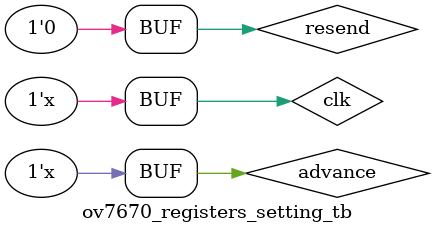
<source format=v>
`timescale 1ns / 1ps


module ov7670_registers_2(
    input clk,  //50MHz clk ¹Þ±â
    input resend,  //debouce¿¡¼­ »õ·Î°íÄ§ÇÏ´Â º¯¼ö ¹Þ±â
    input advance,  //»õ·Î°íÄ§¿¡ ¿ª±â´ÉÀ» ÇÏ´Â ÁøÇà º¯¼ö
    output [15:0] command,  // OV7670¿¡ ´ëÇÑ ·¹Áö½ºÅÍ °ª ¹× µ¥ÀÌÅÍ
    output finished  //±¸¼ºÀÌ ¿Ï·áµÇ¾úÀ½À» ³ªÅ¸³»´Â ½ÅÈ£
);

    //³»ºÎ ½ÅÈ£
    reg [15:0] sreg;  //·¹Áö½ºÅÍ ÁÖ¼Ò¸¦ ³ªÅ¸³»´Â º¯¼ö
    reg finished_temp;  //±¸¼ºÀÌ ¿Ï·áµÇ¾úÀ½À» ³ªÅ¸³»´Â ½ÅÈ£
    reg [7:0] address = {8{1'b0}};  //ÁÖ¼ÒÀÇ Å©±â´Â ³Ë³ËÈ÷ 8ºñÆ®
    
    //Ãâ·Â¿¡ °ª ÇÒ´ç
    assign command = sreg;  // OV7670¿¡ ´ëÇÑ ·¹Áö½ºÅÍ °ª ¹× µ¥ÀÌÅÍ¸¦ Conroller¿¡¼­ »ç¿ëÇÏ´Â command º¯¼ö¿¡ ¿Å±è
    assign finished = finished_temp;  //±¸¼ºÀÌ ¿Ï·áµÇ¾úÀ½À» ³ªÅ¸³»´Â ½ÅÈ£¸¦ Conroller¿¡¼­ »ç¿ëÇÏ´Â finished º¯¼ö¿¡ ¿Å±è
    
    //·¹Áö½ºÅÍ¿Í °ªÀÌ FFFF ÀÎ °æ¿ì
    //±¸¼ºÀÌ ¿Ï·áµÇ¾úÀ½À» ³ªÅ¸³»´Â ½ÅÈ£°¡ Ç¥½ÃµË´Ï´Ù.(finished_temp)
    always @ (sreg) begin
        if(sreg == 16'hFFFF) begin
            finished_temp <= 1;
        end
        else begin
            finished_temp <= 0;  //±¸¼ºÀÌ ¿Ï·áµÇÁö ¾Ê¾Ò´Ù.
        end
    end
    
    //lookuptable¿¡¼­ µ¥ÀÌÅÍ ¾ò±â(·¹Áö½ºÅÍ¿¡¼­)
    always @ (posedge clk) begin
        if(resend == 1) begin           //»õ·Î°íÄ§ ½ÅÈ£
            address <= {8{1'b0}};       //ÃÊ±âÈ­
        end
        else if(advance == 1) begin     //¾Æ´Ï¶ó¸é ´ÙÀ½ µ¥ÀÌÅÍ ¾ò±â
            address <= address+1;       //ÁÖ¼Ò°ª¿¡ 1¾¿ ´õÇØÁÖ¸é¼­ ¿øÇÏ´Â ·¹Áö½ºÅÍ °ªÀ» Ã£À½
        end
           
        case (address)  //ÁÖ¼ÒÀÇ °ª¿¡ µû¶ó ¿øÇÏ´Â ·¹Áö½ºÅÍ¿¡ µé¾î°¡¼­ °ªÀ» °¡Áö°í ³ª¿È(ÀÌ °úÁ¤¿¡¼­ i2cÅë½ÅÀ» »ç¿ë)
                0:  sreg <= 16'h12_80; //reset
                1:  sreg <= 16'hFF_F0; //delay
                2:  sreg <= 16'h12_00; // COM7,     set RGB color output
                3:  sreg <= 16'h11_80; // CLKRC     internal PLL matches input clock
                4:  sreg <= 16'h0C_00; // COM3,     default settings
                5:  sreg <= 16'h3E_00; // COM14,    no scaling, normal pclock
                6:  sreg <= 16'h04_00; // COM1,     disable CCIR656
                7:  sreg <= 16'h40_d0; //COM15,     RGB565, full output range
                8:  sreg <= 16'h3a_04; //TSLB       set correct output data sequence (magic)
                9:  sreg <= 16'h14_18; //COM9       MAX AGC value x4
                10: sreg <= 16'h4F_B3; //MTX1       all of these are magical matrix coefficients
                11: sreg <= 16'h50_B3; //MTX2
                12: sreg <= 16'h51_00; //MTX3
                13: sreg <= 16'h52_3d; //MTX4
                14: sreg <= 16'h53_A7; //MTX5
                15: sreg <= 16'h54_E4; //MTX6
                16: sreg <= 16'h58_9E; //MTXS
                17: sreg <= 16'h3D_C0; //COM13      sets gamma enable, does not preserve reserved bits, may be wrong?
                18: sreg <= 16'h17_14; //HSTART     start high 8 bits
                19: sreg <= 16'h18_02; //HSTOP      stop high 8 bits //these kill the odd colored line
                20: sreg <= 16'h32_80; //HREF       edge offset
                21: sreg <= 16'h19_03; //VSTART     start high 8 bits
                22: sreg <= 16'h1A_7B; //VSTOP      stop high 8 bits
                23: sreg <= 16'h03_0A; //VREF       vsync edge offset
                24: sreg <= 16'h0F_41; //COM6       reset timings
                25: sreg <= 16'h1E_00; //MVFP       disable mirror / flip //might have magic value of 03
                26: sreg <= 16'h33_0B; //CHLF       //magic value from the internet
                27: sreg <= 16'h3C_78; //COM12      no HREF when VSYNC low
                //28: sreg <= 16'h69_00; //GFIX       fix gain control
                28: sreg <= 16'h69_0a; //GFIX  
                29: sreg <= 16'h74_00; //REG74      Digital gain control
                30: sreg <= 16'hB0_84; //RSVD       magic value from the internet *required* for good color
                31: sreg <= 16'hB1_0c; //ABLC1
                32: sreg <= 16'hB2_0e; //RSVD       more magic internet values
                33: sreg <= 16'hB3_80; //THL_ST
                //begin mystery scaling numbers
                34: sreg <= 16'h70_3a;
                35: sreg <= 16'h71_35;
                36: sreg <= 16'h72_11;
                37: sreg <= 16'h73_f0;
                38: sreg <= 16'ha2_02;
                //gamma curve values
                39: sreg <= 16'h7a_20;
                40: sreg <= 16'h7b_10;
                41: sreg <= 16'h7c_1e;
                42: sreg <= 16'h7d_35;
                43: sreg <= 16'h7e_5a;
                44: sreg <= 16'h7f_69;
                45: sreg <= 16'h80_76;
                46: sreg <= 16'h81_80;
                47: sreg <= 16'h82_88;
                48: sreg <= 16'h83_8f;
                49: sreg <= 16'h84_96;
                50: sreg <= 16'h85_a3;
                51: sreg <= 16'h86_af;
                52: sreg <= 16'h87_c4;
                53: sreg <= 16'h88_d7;
                54: sreg <= 16'h89_e8;
                //AGC and AEC
                55: sreg <= 16'h13_e0; //COM8, disable AGC / AEC
                56: sreg <= 16'h00_00; //set gain reg to 0 for AGC
                57: sreg <= 16'h10_00; //set ARCJ reg to 0
                58: sreg <= 16'h0d_40; //magic reserved bit for COM4
                59: sreg <= 16'h14_18; //COM9, 4x gain + magic bit
                60: sreg <= 16'ha5_05; // BD50MAX
                61: sreg <= 16'hab_07; //DB60MAX
                62: sreg <= 16'h24_95; //AGC upper limit
                63: sreg <= 16'h25_33; //AGC lower limit
                64: sreg <= 16'h26_e3; //AGC/AEC fast mode op region
                65: sreg <= 16'h9f_78; //HAECC1
                66: sreg <= 16'ha0_68; //HAECC2
                67: sreg <= 16'ha1_03; //magic
                68: sreg <= 16'ha6_d8; //HAECC3
                69: sreg <= 16'ha7_d8; //HAECC4
                70: sreg <= 16'ha8_f0; //HAECC5
                71: sreg <= 16'ha9_90; //HAECC6
                72: sreg <= 16'haa_94; //HAECC7
                73: sreg <= 16'h13_e5; //COM8, enable AGC / AEC
                default : sreg <= 16'hFFFF;  //sreg°ªÀÌ ffffÀÌ¸é ±¸¼ºÀÌ ¿Ï·á µÇ¾ú´Ù.
        endcase
    end
endmodule

module ov7670_registers_setting_tb;

    reg clk=0;
    reg resend;
    reg advance=0;
    wire [15:0] command;
    wire finished;
    
    ov7670_registers_2 uut(clk, resend, advance, command, finished);
    
    always #10 clk=~clk; 
    initial begin
        #100 resend=1;
        #100 resend=0;
    end
    
    always #300 advance = ~advance;
    
endmodule
</source>
